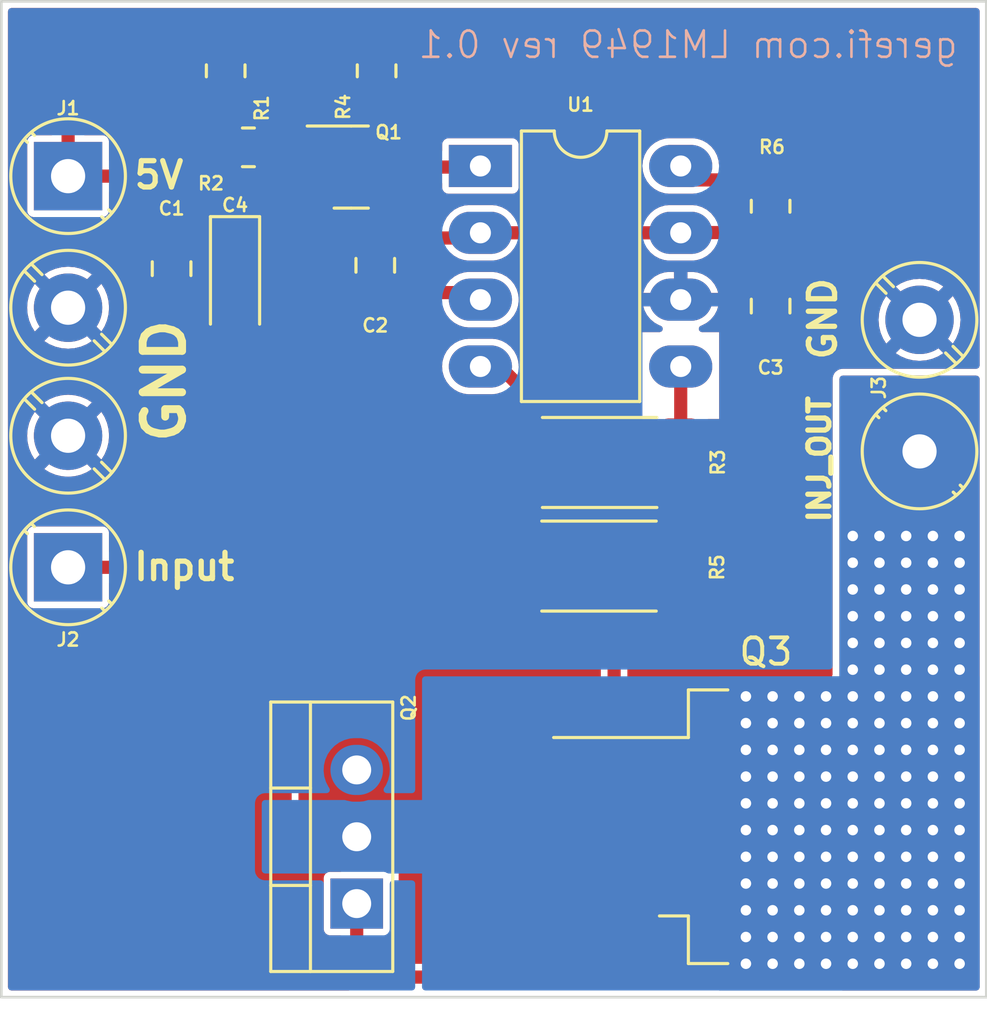
<source format=kicad_pcb>
(kicad_pcb (version 20211014) (generator pcbnew)
  (layers (0 "F.Cu" signal) (31 "B.Cu" signal) (34 "B.Paste" user) (35 "F.Paste" user) (36 "B.SilkS" user "B.Silkscreen") (37 "F.SilkS" user "F.Silkscreen") (38 "B.Mask" user) (39 "F.Mask" user) (44 "Edge.Cuts" user))
  (net 0 "")
  (net 1 "+5V")
  (net 2 "GND")
  (net 3 "/OUT")
  (net 4 "Net-(C2-Pad2)")
  (net 5 "Net-(C3-Pad1)")
  (net 6 "Net-(J2-Pad1)")
  (net 7 "/INJ")
  (net 8 "Net-(Q1-Pad1)")
  (net 9 "Net-(Q1-Pad3)")
  (net 10 "/SEN")
  (footprint "TerminalBlock_Phoenix:TerminalBlock_Phoenix_PT-1,5-2-5.0-H_1x02_P5.00mm_Horizontal" (layer "F.Cu") (at 127 56.174 -90)
    (fp_text reference "J1" (at -2.58 0 180) (layer "F.SilkS") (effects (font (size 0.5 0.5) (thickness 0.1))))
    (fp_text value "Supply")
    (fp_line (start 1.388 -1.654) (end 1.281 -1.547) (layer "F.SilkS") (width 0.12))
    (fp_line (start 6.654 -1.388) (end 6.259 -0.992) (layer "F.SilkS") (width 0.12))
    (fp_line (start 3.993 1.274) (end 3.613 1.654) (layer "F.SilkS") (width 0.12))
    (fp_line (start 1.654 -1.388) (end 1.547 -1.281) (layer "F.SilkS") (width 0.12))
    (fp_line (start 6.388 -1.654) (end 6.008 -1.274) (layer "F.SilkS") (width 0.12))
    (fp_line (start -1.282 1.547) (end -1.388 1.654) (layer "F.SilkS") (width 0.12))
    (fp_line (start -1.548 1.281) (end -1.654 1.388) (layer "F.SilkS") (width 0.12))
    (fp_line (start 3.742 0.992) (end 3.347 1.388) (layer "F.SilkS") (width 0.12))
    (fp_circle (center 5 0) (end 7.18 0) (layer "F.SilkS") (width 0.12) (fill none))
    (fp_circle (center 0 0) (end 2.18 0) (layer "F.SilkS") (width 0.12) (fill none))
    (pad "1" thru_hole rect (at 0 0 270) (size 2.6 2.6) (drill 1.3) (layers *.Cu *.Mask) (net 1 "+5V"))
    (pad "2" thru_hole circle (at 5 0 270) (size 2.6 2.6) (drill 1.3) (layers *.Cu *.Mask) (net 2 "GND"))
  )
  (footprint "Resistor_SMD:R_0805_2012Metric_Pad1.20x1.40mm_HandSolder" (layer "F.Cu") (at 153.7208 57.3184 90)
    (fp_text reference "R6" (at 2.2512 0.0508 180) (layer "F.SilkS") (effects (font (size 0.5 0.5) (thickness 0.1))))
    (fp_text value "39k")
    (fp_line (start -0.227064 -0.735) (end 0.227064 -0.735) (layer "F.SilkS") (width 0.12))
    (fp_line (start -0.227064 0.735) (end 0.227064 0.735) (layer "F.SilkS") (width 0.12))
    (pad "1" smd roundrect (at -1 0 90) (size 1.2 1.4) (layers "F.Cu" "F.Paste" "F.Mask") (roundrect_rratio 0.2083333333) (net 1 "+5V"))
    (pad "2" smd roundrect (at 1 0 90) (size 1.2 1.4) (layers "F.Cu" "F.Paste" "F.Mask") (roundrect_rratio 0.2083333333) (net 5 "Net-(C3-Pad1)"))
  )
  (footprint "Package_TO_SOT_THT:TO-220-3_Vertical" (layer "F.Cu") (at 137.978 83.82 90)
    (fp_text reference "Q2" (at 7.4422 1.976 90) (layer "F.SilkS") (effects (font (size 0.5 0.5) (thickness 0.1))))
    (fp_text value "TIP122")
    (fp_line (start 0.69 -3.27) (end 0.69 -1.76) (layer "F.SilkS") (width 0.12))
    (fp_line (start -2.58 -3.27) (end -2.58 1.371) (layer "F.SilkS") (width 0.12))
    (fp_line (start 7.66 -3.27) (end 7.66 1.371) (layer "F.SilkS") (width 0.12))
    (fp_line (start 4.391 -3.27) (end 4.391 -1.76) (layer "F.SilkS") (width 0.12))
    (fp_line (start -2.58 1.371) (end 7.66 1.371) (layer "F.SilkS") (width 0.12))
    (fp_line (start -2.58 -1.76) (end 7.66 -1.76) (layer "F.SilkS") (width 0.12))
    (fp_line (start -2.58 -3.27) (end 7.66 -3.27) (layer "F.SilkS") (width 0.12))
    (pad "1" thru_hole rect (at 0 0 90) (size 1.905 2) (drill 1.1) (layers *.Cu *.Mask) (net 3 "/OUT"))
    (pad "2" thru_hole oval (at 2.54 0 90) (size 1.905 2) (drill 1.1) (layers *.Cu *.Mask) (net 7 "/INJ"))
    (pad "3" thru_hole oval (at 5.08 0 90) (size 1.905 2) (drill 1.1) (layers *.Cu *.Mask) (net 10 "/SEN"))
  )
  (footprint "Resistor_SMD:R_2512_6332Metric_Pad1.40x3.35mm_HandSolder" (layer "F.Cu") (at 147.2184 67.056)
    (fp_text reference "R3" (at 4.4958 0 90) (layer "F.SilkS") (effects (font (size 0.5 0.5) (thickness 0.1))))
    (fp_text value "0.2R")
    (fp_line (start -2.177064 -1.71) (end 2.177064 -1.71) (layer "F.SilkS") (width 0.12))
    (fp_line (start -2.177064 1.71) (end 2.177064 1.71) (layer "F.SilkS") (width 0.12))
    (pad "1" smd roundrect (at -3.05 0) (size 1.4 3.35) (layers "F.Cu" "F.Paste" "F.Mask") (roundrect_rratio 0.1785707143) (net 10 "/SEN"))
    (pad "2" smd roundrect (at 3.05 0) (size 1.4 3.35) (layers "F.Cu" "F.Paste" "F.Mask") (roundrect_rratio 0.1785707143) (net 2 "GND"))
  )
  (footprint "Resistor_SMD:R_0805_2012Metric_Pad1.20x1.40mm_HandSolder" (layer "F.Cu") (at 138.7348 52.1716 -90)
    (fp_text reference "R4" (at 1.3716 1.27 90) (layer "F.SilkS") (effects (font (size 0.5 0.5) (thickness 0.1))))
    (fp_text value "1k")
    (fp_line (start -0.227064 -0.735) (end 0.227064 -0.735) (layer "F.SilkS") (width 0.12))
    (fp_line (start -0.227064 0.735) (end 0.227064 0.735) (layer "F.SilkS") (width 0.12))
    (pad "1" smd roundrect (at -1 0 270) (size 1.2 1.4) (layers "F.Cu" "F.Paste" "F.Mask") (roundrect_rratio 0.2083333333) (net 1 "+5V"))
    (pad "2" smd roundrect (at 1 0 270) (size 1.2 1.4) (layers "F.Cu" "F.Paste" "F.Mask") (roundrect_rratio 0.2083333333) (net 9 "Net-(Q1-Pad3)"))
  )
  (footprint "Capacitor_Tantalum_SMD:CP_EIA-3216-18_Kemet-A_Pad1.58x1.35mm_HandSolder" (layer "F.Cu") (at 133.35 60.198 -90)
    (fp_text reference "C4" (at -2.921 0 180) (layer "F.SilkS") (effects (font (size 0.5 0.5) (thickness 0.1))))
    (fp_text value "220nF")
    (fp_line (start -2.485 0.935) (end 1.6 0.935) (layer "F.SilkS") (width 0.12))
    (fp_line (start -2.485 -0.935) (end -2.485 0.935) (layer "F.SilkS") (width 0.12))
    (fp_line (start 1.6 -0.935) (end -2.485 -0.935) (layer "F.SilkS") (width 0.12))
    (pad "1" smd roundrect (at -1.4375 0 270) (size 1.575 1.35) (layers "F.Cu" "F.Paste" "F.Mask") (roundrect_rratio 0.1851851852) (net 1 "+5V"))
    (pad "2" smd roundrect (at 1.4375 0 270) (size 1.575 1.35) (layers "F.Cu" "F.Paste" "F.Mask") (roundrect_rratio 0.1851851852) (net 2 "GND"))
  )
  (footprint "TerminalBlock_Phoenix:TerminalBlock_Phoenix_PT-1,5-2-5.0-H_1x02_P5.00mm_Horizontal" (layer "F.Cu") (at 159.385 66.635 90)
    (fp_text reference "J3" (at 2.4238 -1.5494 90) (layer "F.SilkS") (effects (font (size 0.5 0.5) (thickness 0.1))))
    (fp_text value "INJ_Out")
    (fp_line (start 1.388 -1.654) (end 1.281 -1.547) (layer "F.SilkS") (width 0.12))
    (fp_line (start 1.654 -1.388) (end 1.547 -1.281) (layer "F.SilkS") (width 0.12))
    (fp_line (start 3.742 0.992) (end 3.347 1.388) (layer "F.SilkS") (width 0.12))
    (fp_line (start 3.993 1.274) (end 3.613 1.654) (layer "F.SilkS") (width 0.12))
    (fp_line (start -1.282 1.547) (end -1.388 1.654) (layer "F.SilkS") (width 0.12))
    (fp_line (start -1.548 1.281) (end -1.654 1.388) (layer "F.SilkS") (width 0.12))
    (fp_line (start 6.654 -1.388) (end 6.259 -0.992) (layer "F.SilkS") (width 0.12))
    (fp_line (start 6.388 -1.654) (end 6.008 -1.274) (layer "F.SilkS") (width 0.12))
    (fp_circle (center 0 0) (end 2.18 0) (layer "F.SilkS") (width 0.12) (fill none))
    (fp_circle (center 5 0) (end 7.18 0) (layer "F.SilkS") (width 0.12) (fill none))
    (pad "1" thru_hole rect (at 0 0 90) (size 2.6 2.6) (drill 1.3) (layers *.Cu *.Mask) (net 7 "/INJ"))
    (pad "2" thru_hole circle (at 5 0 90) (size 2.6 2.6) (drill 1.3) (layers *.Cu *.Mask) (net 2 "GND"))
  )
  (footprint "Resistor_SMD:R_0805_2012Metric_Pad1.20x1.40mm_HandSolder" (layer "F.Cu") (at 133.858 55.0792)
    (fp_text reference "R2" (at -1.4224 1.3716) (layer "F.SilkS") (effects (font (size 0.5 0.5) (thickness 0.1))))
    (fp_text value "1k")
    (fp_line (start -0.227064 0.735) (end 0.227064 0.735) (layer "F.SilkS") (width 0.12))
    (fp_line (start -0.227064 -0.735) (end 0.227064 -0.735) (layer "F.SilkS") (width 0.12))
    (pad "1" smd roundrect (at -1 0) (size 1.2 1.4) (layers "F.Cu" "F.Paste" "F.Mask") (roundrect_rratio 0.2083333333) (net 6 "Net-(J2-Pad1)"))
    (pad "2" smd roundrect (at 1 0) (size 1.2 1.4) (layers "F.Cu" "F.Paste" "F.Mask") (roundrect_rratio 0.2083333333) (net 8 "Net-(Q1-Pad1)"))
  )
  (footprint "Capacitor_SMD:C_0805_2012Metric_Pad1.18x1.45mm_HandSolder" (layer "F.Cu") (at 130.937 59.69 -90)
    (fp_text reference "C1" (at -2.286 0 180) (layer "F.SilkS") (effects (font (size 0.5 0.5) (thickness 0.1))))
    (fp_text value "0.1uF")
    (fp_line (start -0.261252 -0.735) (end 0.261252 -0.735) (layer "F.SilkS") (width 0.12))
    (fp_line (start -0.261252 0.735) (end 0.261252 0.735) (layer "F.SilkS") (width 0.12))
    (pad "1" smd roundrect (at -1.0375 0 270) (size 1.175 1.45) (layers "F.Cu" "F.Paste" "F.Mask") (roundrect_rratio 0.2127659574) (net 1 "+5V"))
    (pad "2" smd roundrect (at 1.0375 0 270) (size 1.175 1.45) (layers "F.Cu" "F.Paste" "F.Mask") (roundrect_rratio 0.2127659574) (net 2 "GND"))
  )
  (footprint "Package_TO_SOT_SMD:SOT-23" (layer "F.Cu") (at 137.7696 55.8292)
    (fp_text reference "Q1" (at 1.4224 -1.3208) (layer "F.SilkS") (effects (font (size 0.5 0.5) (thickness 0.1))))
    (fp_text value "BC817")
    (fp_line (start 0 1.56) (end 0.65 1.56) (layer "F.SilkS") (width 0.12))
    (fp_line (start 0 -1.56) (end -1.675 -1.56) (layer "F.SilkS") (width 0.12))
    (fp_line (start 0 -1.56) (end 0.65 -1.56) (layer "F.SilkS") (width 0.12))
    (fp_line (start 0 1.56) (end -0.65 1.56) (layer "F.SilkS") (width 0.12))
    (pad "1" smd roundrect (at -0.9375 -0.95) (size 1.475 0.6) (layers "F.Cu" "F.Paste" "F.Mask") (net 8 "Net-(Q1-Pad1)"))
    (pad "2" smd roundrect (at -0.9375 0.95) (size 1.475 0.6) (layers "F.Cu" "F.Paste" "F.Mask") (net 2 "GND"))
    (pad "3" smd roundrect (at 0.9375 0) (size 1.475 0.6) (layers "F.Cu" "F.Paste" "F.Mask") (net 9 "Net-(Q1-Pad3)"))
  )
  (footprint "Package_TO_SOT_SMD:TO-263-2" (layer "F.Cu") (at 153.543 80.899)
    (fp_text reference "Q3" (at 0 -6.65) (layer "F.SilkS"))
    (fp_text value "FJB102TM")
    (fp_line (start -1.45 5.2) (end -2.95 5.2) (layer "F.SilkS") (width 0.12))
    (fp_line (start -2.95 -5.2) (end -2.95 -3.39) (layer "F.SilkS") (width 0.12))
    (fp_line (start -2.95 3.39) (end -4.05 3.39) (layer "F.SilkS") (width 0.12))
    (fp_line (start -2.95 5.2) (end -2.95 3.39) (layer "F.SilkS") (width 0.12))
    (fp_line (start -1.45 -5.2) (end -2.95 -5.2) (layer "F.SilkS") (width 0.12))
    (fp_line (start -2.95 -3.39) (end -8.075 -3.39) (layer "F.SilkS") (width 0.12))
    (pad "1" smd rect (at -5.775 -2.54) (size 4.6 1.1) (layers "F.Cu" "F.Paste" "F.Mask") (net 3 "/OUT"))
    (pad "2" smd rect (at 3.375 0) (size 9.4 10.8) (layers "F.Cu" "F.Mask") (net 7 "/INJ"))
    (pad "3" smd rect (at -5.775 2.54) (size 4.6 1.1) (layers "F.Cu" "F.Paste" "F.Mask") (net 10 "/SEN"))
  )
  (footprint "TerminalBlock_Phoenix:TerminalBlock_Phoenix_PT-1,5-2-5.0-H_1x02_P5.00mm_Horizontal" (layer "F.Cu") (at 127 71.04 90)
    (fp_text reference "J2" (at -2.747 0 180) (layer "F.SilkS") (effects (font (size 0.5 0.5) (thickness 0.1))))
    (fp_text value "Input")
    (fp_line (start 6.654 -1.388) (end 6.259 -0.992) (layer "F.SilkS") (width 0.12))
    (fp_line (start -1.548 1.281) (end -1.654 1.388) (layer "F.SilkS") (width 0.12))
    (fp_line (start -1.282 1.547) (end -1.388 1.654) (layer "F.SilkS") (width 0.12))
    (fp_line (start 1.654 -1.388) (end 1.547 -1.281) (layer "F.SilkS") (width 0.12))
    (fp_line (start 3.742 0.992) (end 3.347 1.388) (layer "F.SilkS") (width 0.12))
    (fp_line (start 3.993 1.274) (end 3.613 1.654) (layer "F.SilkS") (width 0.12))
    (fp_line (start 6.388 -1.654) (end 6.008 -1.274) (layer "F.SilkS") (width 0.12))
    (fp_line (start 1.388 -1.654) (end 1.281 -1.547) (layer "F.SilkS") (width 0.12))
    (fp_circle (center 0 0) (end 2.18 0) (layer "F.SilkS") (width 0.12) (fill none))
    (fp_circle (center 5 0) (end 7.18 0) (layer "F.SilkS") (width 0.12) (fill none))
    (pad "1" thru_hole rect (at 0 0 90) (size 2.6 2.6) (drill 1.3) (layers *.Cu *.Mask) (net 6 "Net-(J2-Pad1)"))
    (pad "2" thru_hole circle (at 5 0 90) (size 2.6 2.6) (drill 1.3) (layers *.Cu *.Mask) (net 2 "GND"))
  )
  (footprint "Package_DIP:DIP-8_W7.62mm_LongPads" (layer "F.Cu") (at 142.6822 55.7884)
    (fp_text reference "U1" (at 3.81 -2.33) (layer "F.SilkS") (effects (font (size 0.5 0.5) (thickness 0.1))))
    (fp_text value "LM1949N_NOPB")
    (fp_line (start 1.56 -1.33) (end 1.56 8.95) (layer "F.SilkS") (width 0.12))
    (fp_line (start 6.06 -1.33) (end 4.81 -1.33) (layer "F.SilkS") (width 0.12))
    (fp_line (start 2.81 -1.33) (end 1.56 -1.33) (layer "F.SilkS") (width 0.12))
    (fp_line (start 1.56 8.95) (end 6.06 8.95) (layer "F.SilkS") (width 0.12))
    (fp_line (start 6.06 8.95) (end 6.06 -1.33) (layer "F.SilkS") (width 0.12))
    (fp_arc (start 4.81 -1.33) (mid 3.81 -0.33) (end 2.81 -1.33) (layer "F.SilkS") (width 0.12))
    (pad "1" thru_hole rect (at 0 0) (size 2.4 1.6) (drill 0.8) (layers *.Cu *.Mask) (net 9 "Net-(Q1-Pad3)"))
    (pad "2" thru_hole oval (at 0 2.54) (size 2.4 1.6) (drill 0.8) (layers *.Cu *.Mask) (net 3 "/OUT"))
    (pad "3" thru_hole oval (at 0 5.08) (size 2.4 1.6) (drill 0.8) (layers *.Cu *.Mask) (net 4 "Net-(C2-Pad2)"))
    (pad "4" thru_hole oval (at 0 7.62) (size 2.4 1.6) (drill 0.8) (layers *.Cu *.Mask) (net 10 "/SEN"))
    (pad "5" thru_hole oval (at 7.62 7.62) (size 2.4 1.6) (drill 0.8) (layers *.Cu *.Mask) (net 2 "GND"))
    (pad "6" thru_hole oval (at 7.62 5.08) (size 2.4 1.6) (drill 0.8) (layers *.Cu *.Mask) (net 2 "GND"))
    (pad "7" thru_hole oval (at 7.62 2.54) (size 2.4 1.6) (drill 0.8) (layers *.Cu *.Mask) (net 1 "+5V"))
    (pad "8" thru_hole oval (at 7.62 0) (size 2.4 1.6) (drill 0.8) (layers *.Cu *.Mask) (net 5 "Net-(C3-Pad1)"))
  )
  (footprint "Capacitor_SMD:C_0805_2012Metric_Pad1.18x1.45mm_HandSolder" (layer "F.Cu") (at 153.7208 61.1124 -90)
    (fp_text reference "C3" (at 2.3368 0 180) (layer "F.SilkS") (effects (font (size 0.5 0.5) (thickness 0.1))))
    (fp_text value "0.1uF")
    (fp_line (start -0.261252 0.735) (end 0.261252 0.735) (layer "F.SilkS") (width 0.12))
    (fp_line (start -0.261252 -0.735) (end 0.261252 -0.735) (layer "F.SilkS") (width 0.12))
    (pad "1" smd roundrect (at -1.0375 0 270) (size 1.175 1.45) (layers "F.Cu" "F.Paste" "F.Mask") (roundrect_rratio 0.2127659574) (net 5 "Net-(C3-Pad1)"))
    (pad "2" smd roundrect (at 1.0375 0 270) (size 1.175 1.45) (layers "F.Cu" "F.Paste" "F.Mask") (roundrect_rratio 0.2127659574) (net 2 "GND"))
  )
  (footprint "Capacitor_SMD:C_0805_2012Metric_Pad1.18x1.45mm_HandSolder" (layer "F.Cu") (at 138.684 59.563 -90)
    (fp_text reference "C2" (at 2.286 0 180) (layer "F.SilkS") (effects (font (size 0.5 0.5) (thickness 0.1))))
    (fp_text value "0.1uF")
    (fp_line (start -0.261252 -0.735) (end 0.261252 -0.735) (layer "F.SilkS") (width 0.12))
    (fp_line (start -0.261252 0.735) (end 0.261252 0.735) (layer "F.SilkS") (width 0.12))
    (pad "1" smd roundrect (at -1.0375 0 270) (size 1.175 1.45) (layers "F.Cu" "F.Paste" "F.Mask") (roundrect_rratio 0.2127659574) (net 3 "/OUT"))
    (pad "2" smd roundrect (at 1.0375 0 270) (size 1.175 1.45) (layers "F.Cu" "F.Paste" "F.Mask") (roundrect_rratio 0.2127659574) (net 4 "Net-(C2-Pad2)"))
  )
  (footprint "Resistor_SMD:R_2512_6332Metric_Pad1.40x3.35mm_HandSolder" (layer "F.Cu") (at 147.193 70.993)
    (fp_text reference "R5" (at 4.4958 0.0508 90) (layer "F.SilkS") (effects (font (size 0.5 0.5) (thickness 0.1))))
    (fp_text value "0.2R")
    (fp_line (start -2.177064 1.71) (end 2.177064 1.71) (layer "F.SilkS") (width 0.12))
    (fp_line (start -2.177064 -1.71) (end 2.177064 -1.71) (layer "F.SilkS") (width 0.12))
    (pad "1" smd roundrect (at -3.05 0) (size 1.4 3.35) (layers "F.Cu" "F.Paste" "F.Mask") (roundrect_rratio 0.1785707143) (net 10 "/SEN"))
    (pad "2" smd roundrect (at 3.05 0) (size 1.4 3.35) (layers "F.Cu" "F.Paste" "F.Mask") (roundrect_rratio 0.1785707143) (net 2 "GND"))
  )
  (footprint "Resistor_SMD:R_0805_2012Metric_Pad1.20x1.40mm_HandSolder" (layer "F.Cu") (at 132.9944 52.1716 -90)
    (fp_text reference "R1" (at 1.4224 -1.3716 90) (layer "F.SilkS") (effects (font (size 0.5 0.5) (thickness 0.1))))
    (fp_text value "10k")
    (fp_line (start -0.227064 -0.735) (end 0.227064 -0.735) (layer "F.SilkS") (width 0.12))
    (fp_line (start -0.227064 0.735) (end 0.227064 0.735) (layer "F.SilkS") (width 0.12))
    (pad "1" smd roundrect (at -1 0 270) (size 1.2 1.4) (layers "F.Cu" "F.Paste" "F.Mask") (roundrect_rratio 0.2083333333) (net 1 "+5V"))
    (pad "2" smd roundrect (at 1 0 270) (size 1.2 1.4) (layers "F.Cu" "F.Paste" "F.Mask") (roundrect_rratio 0.2083333333) (net 6 "Net-(J2-Pad1)"))
  )
  (gr_line (start 161.925 87.376) (end 124.46 87.376) (layer "Edge.Cuts") (width 0.1))
  (gr_line (start 124.46 49.53) (end 161.925 49.53) (layer "Edge.Cuts") (width 0.1))
  (gr_line (start 161.925 49.53) (end 161.925 87.376) (layer "Edge.Cuts") (width 0.1))
  (gr_line (start 124.46 87.376) (end 124.46 49.53) (layer "Edge.Cuts") (width 0.1))
  (gr_text "gerefi.com LM1949 rev 0.1" (at 160.909 51.181) (layer "B.SilkS") (effects (font (size 1 1) (thickness 0.1)) (justify left mirror)))
  (gr_text "Input" (at 131.4196 71.0184) (layer "F.SilkS") (effects (font (size 1 1) (thickness 0.2))))
  (gr_text "GND" (at 155.702 61.595 90) (layer "F.SilkS") (effects (font (size 1 1) (thickness 0.2))))
  (gr_text "GND" (at 130.6576 63.9572 90) (layer "F.SilkS") (effects (font (size 1.5 1.5) (thickness 0.3))))
  (gr_text "5V" (at 130.4544 56.134) (layer "F.SilkS") (effects (font (size 1 1) (thickness 0.2))))
  (gr_text "INJ_OUT" (at 155.575 66.929 90) (layer "F.SilkS") (effects (font (size 0.8 0.8) (thickness 0.2))))
  (segment (start 130.937 58.6525) (end 130.937 56.769) (width 0.5) (layer "F.Cu") (net 1))
  (segment (start 127.6444 51.1716) (end 132.9944 51.1716) (width 0.5) (layer "F.Cu") (net 1))
  (segment (start 145.4056 51.1716) (end 138.7348 51.1716) (width 0.5) (layer "F.Cu") (net 1))
  (segment (start 138.7348 51.1716) (end 132.9944 51.1716) (width 0.5) (layer "F.Cu") (net 1))
  (segment (start 150.3022 58.3284) (end 148.2444 58.3284) (width 0.5) (layer "F.Cu") (net 1))
  (segment (start 153.7208 58.3184) (end 150.3122 58.3184) (width 0.5) (layer "F.Cu") (net 1))
  (segment (start 133.35 58.7605) (end 131.045 58.7605) (width 0.5) (layer "F.Cu") (net 1))
  (segment (start 146.812 52.578) (end 145.4056 51.1716) (width 0.5) (layer "F.Cu") (net 1))
  (segment (start 150.3122 58.3184) (end 150.3022 58.3284) (width 0.5) (layer "F.Cu") (net 1))
  (segment (start 127 56.174) (end 127 51.816) (width 0.5) (layer "F.Cu") (net 1))
  (segment (start 131.045 58.7605) (end 130.937 58.6525) (width 0.5) (layer "F.Cu") (net 1))
  (segment (start 146.812 56.896) (end 146.812 52.578) (width 0.5) (layer "F.Cu") (net 1))
  (segment (start 130.937 56.769) (end 130.342 56.174) (width 0.5) (layer "F.Cu") (net 1))
  (segment (start 127 51.816) (end 127.6444 51.1716) (width 0.5) (layer "F.Cu") (net 1))
  (segment (start 130.342 56.174) (end 127 56.174) (width 0.5) (layer "F.Cu") (net 1))
  (segment (start 148.2444 58.3284) (end 146.812 56.896) (width 0.5) (layer "F.Cu") (net 1))
  (segment (start 150.3022 63.4084) (end 150.3022 67.0222) (width 0.5) (layer "F.Cu") (net 2))
  (segment (start 150.3022 67.0222) (end 150.2684 67.056) (width 0.5) (layer "F.Cu") (net 2))
  (segment (start 151.257 85.725) (end 150.368 86.614) (width 0.5) (layer "F.Cu") (net 3))
  (segment (start 147.768 78.359) (end 150.876 78.359) (width 0.5) (layer "F.Cu") (net 3))
  (segment (start 138.684 58.5255) (end 142.4851 58.5255) (width 0.5) (layer "F.Cu") (net 3))
  (segment (start 142.4851 58.5255) (end 142.6822 58.3284) (width 0.5) (layer "F.Cu") (net 3))
  (segment (start 142.6822 58.3284) (end 145.3234 58.3284) (width 0.5) (layer "F.Cu") (net 3))
  (segment (start 150.876 78.359) (end 151.257 78.74) (width 0.5) (layer "F.Cu") (net 3))
  (segment (start 138.176 86.614) (end 137.978 86.416) (width 0.5) (layer "F.Cu") (net 3))
  (segment (start 137.978 86.416) (end 137.978 83.82) (width 0.5) (layer "F.Cu") (net 3))
  (segment (start 147.768 60.773) (end 147.768 78.359) (width 0.5) (layer "F.Cu") (net 3))
  (segment (start 151.257 78.74) (end 151.257 85.725) (width 0.5) (layer "F.Cu") (net 3))
  (segment (start 150.368 86.614) (end 138.176 86.614) (width 0.5) (layer "F.Cu") (net 3))
  (segment (start 145.3234 58.3284) (end 147.768 60.773) (width 0.5) (layer "F.Cu") (net 3))
  (segment (start 138.684 60.6005) (end 142.4143 60.6005) (width 0.5) (layer "F.Cu") (net 4))
  (segment (start 142.4143 60.6005) (end 142.6822 60.8684) (width 0.5) (layer "F.Cu") (net 4))
  (segment (start 153.7208 56.3184) (end 150.8322 56.3184) (width 0.5) (layer "F.Cu") (net 5))
  (segment (start 153.7208 56.3184) (end 155.1752 56.3184) (width 0.5) (layer "F.Cu") (net 5))
  (segment (start 155.2155 60.0749) (end 153.7208 60.0749) (width 0.5) (layer "F.Cu") (net 5))
  (segment (start 155.1752 56.3184) (end 155.5496 56.6928) (width 0.5) (layer "F.Cu") (net 5))
  (segment (start 155.5496 59.7408) (end 155.2155 60.0749) (width 0.5) (layer "F.Cu") (net 5))
  (segment (start 155.5496 56.6928) (end 155.5496 59.7408) (width 0.5) (layer "F.Cu") (net 5))
  (segment (start 150.8322 56.3184) (end 150.3022 55.7884) (width 0.5) (layer "F.Cu") (net 5))
  (segment (start 132.842 55.0952) (end 132.842 56.388) (width 0.5) (layer "F.Cu") (net 6))
  (segment (start 132.9944 53.1716) (end 132.9944 54.9428) (width 0.5) (layer "F.Cu") (net 6))
  (segment (start 134.192 71.04) (end 127 71.04) (width 0.5) (layer "F.Cu") (net 6))
  (segment (start 132.858 55.0792) (end 132.842 55.0952) (width 0.5) (layer "F.Cu") (net 6))
  (segment (start 133.35 56.896) (end 134.366 56.896) (width 0.5) (layer "F.Cu") (net 6))
  (segment (start 134.366 56.896) (end 135.128 57.658) (width 0.5) (layer "F.Cu") (net 6))
  (segment (start 135.128 70.104) (end 134.192 71.04) (width 0.5) (layer "F.Cu") (net 6))
  (segment (start 135.128 57.658) (end 135.128 70.104) (width 0.5) (layer "F.Cu") (net 6))
  (segment (start 132.9944 54.9428) (end 132.858 55.0792) (width 0.5) (layer "F.Cu") (net 6))
  (segment (start 132.842 56.388) (end 133.35 56.896) (width 0.5) (layer "F.Cu") (net 6))
  (via (at 158.877 82.042) (size 0.8) (drill 0.4) (layers "F.Cu" "B.Cu") (net 7))
  (via (at 156.845 83.058) (size 0.8) (drill 0.4) (layers "F.Cu" "B.Cu") (net 7))
  (via (at 159.893 80.01) (size 0.8) (drill 0.4) (layers "F.Cu" "B.Cu") (net 7))
  (via (at 154.813 81.026) (size 0.8) (drill 0.4) (layers "F.Cu" "B.Cu") (net 7))
  (via (at 158.877 83.058) (size 0.8) (drill 0.4) (layers "F.Cu" "B.Cu") (net 7))
  (via (at 157.861 82.042) (size 0.8) (drill 0.4) (layers "F.Cu" "B.Cu") (net 7))
  (via (at 157.861 74.93) (size 0.8) (drill 0.4) (layers "F.Cu" "B.Cu") (net 7))
  (via (at 160.909 76.962) (size 0.8) (drill 0.4) (layers "F.Cu" "B.Cu") (net 7))
  (via (at 154.813 85.09) (size 0.8) (drill 0.4) (layers "F.Cu" "B.Cu") (net 7))
  (via (at 159.893 85.09) (size 0.8) (drill 0.4) (layers "F.Cu" "B.Cu") (net 7))
  (via (at 157.861 69.85) (size 0.8) (drill 0.4) (layers "F.Cu" "B.Cu") (net 7))
  (via (at 156.845 72.898) (size 0.8) (drill 0.4) (layers "F.Cu" "B.Cu") (net 7))
  (via (at 157.861 76.962) (size 0.8) (drill 0.4) (layers "F.Cu" "B.Cu") (net 7))
  (via (at 160.909 72.898) (size 0.8) (drill 0.4) (layers "F.Cu" "B.Cu") (net 7))
  (via (at 159.893 71.882) (size 0.8) (drill 0.4) (layers "F.Cu" "B.Cu") (net 7))
  (via (at 159.893 83.058) (size 0.8) (drill 0.4) (layers "F.Cu" "B.Cu") (net 7))
  (via (at 160.909 69.85) (size 0.8) (drill 0.4) (layers "F.Cu" "B.Cu") (net 7))
  (via (at 153.797 86.106) (size 0.8) (drill 0.4) (layers "F.Cu" "B.Cu") (net 7))
  (via (at 157.861 73.914) (size 0.8) (drill 0.4) (layers "F.Cu" "B.Cu") (net 7))
  (via (at 153.797 78.994) (size 0.8) (drill 0.4) (layers "F.Cu" "B.Cu") (net 7))
  (via (at 159.893 82.042) (size 0.8) (drill 0.4) (layers "F.Cu" "B.Cu") (net 7))
  (via (at 152.781 78.994) (size 0.8) (drill 0.4) (layers "F.Cu" "B.Cu") (net 7))
  (via (at 157.861 84.074) (size 0.8) (drill 0.4) (layers "F.Cu" "B.Cu") (net 7))
  (via (at 160.909 86.106) (size 0.8) (drill 0.4) (layers "F.Cu" "B.Cu") (net 7))
  (via (at 160.909 70.866) (size 0.8) (drill 0.4) (layers "F.Cu" "B.Cu") (net 7))
  (via (at 160.909 83.058) (size 0.8) (drill 0.4) (layers "F.Cu" "B.Cu") (net 7))
  (via (at 156.845 77.978) (size 0.8) (drill 0.4) (layers "F.Cu" "B.Cu") (net 7))
  (via (at 158.877 75.946) (size 0.8) (drill 0.4) (layers "F.Cu" "B.Cu") (net 7))
  (via (at 154.813 78.994) (size 0.8) (drill 0.4) (layers "F.Cu" "B.Cu") (net 7))
  (via (at 156.845 75.946) (size 0.8) (drill 0.4) (layers "F.Cu" "B.Cu") (net 7))
  (via (at 155.829 85.09) (size 0.8) (drill 0.4) (layers "F.Cu" "B.Cu") (net 7))
  (via (at 157.861 81.026) (size 0.8) (drill 0.4) (layers "F.Cu" "B.Cu") (net 7))
  (via (at 155.829 86.106) (size 0.8) (drill 0.4) (layers "F.Cu" "B.Cu") (net 7))
  (via (at 158.877 72.898) (size 0.8) (drill 0.4) (layers "F.Cu" "B.Cu") (net 7))
  (via (at 160.909 77.978) (size 0.8) (drill 0.4) (layers "F.Cu" "B.Cu") (net 7))
  (via (at 160.909 84.074) (size 0.8) (drill 0.4) (layers "F.Cu" "B.Cu") (net 7))
  (via (at 158.877 76.962) (size 0.8) (drill 0.4) (layers "F.Cu" "B.Cu") (net 7))
  (via (at 156.845 74.93) (size 0.8) (drill 0.4) (layers "F.Cu" "B.Cu") (net 7))
  (via (at 155.829 83.058) (size 0.8) (drill 0.4) (layers "F.Cu" "B.Cu") (net 7))
  (via (at 157.861 70.866) (size 0.8) (drill 0.4) (layers "F.Cu" "B.Cu") (net 7))
  (via (at 156.845 76.962) (size 0.8) (drill 0.4) (layers "F.Cu" "B.Cu") (net 7))
  (via (at 160.909 73.914) (size 0.8) (drill 0.4) (layers "F.Cu" "B.Cu") (net 7))
  (via (at 155.829 80.01) (size 0.8) (drill 0.4) (layers "F.Cu" "B.Cu") (net 7))
  (via (at 152.781 82.042) (size 0.8) (drill 0.4) (layers "F.Cu" "B.Cu") (net 7))
  (via (at 159.893 73.914) (size 0.8) (drill 0.4) (layers "F.Cu" "B.Cu") (net 7))
  (via (at 154.813 84.074) (size 0.8) (drill 0.4) (layers "F.Cu" "B.Cu") (net 7))
  (via (at 160.909 78.994) (size 0.8) (drill 0.4) (layers "F.Cu" "B.Cu") (net 7))
  (via (at 159.893 77.978) (size 0.8) (drill 0.4) (layers "F.Cu" "B.Cu") (net 7))
  (via (at 156.845 70.866) (size 0.8) (drill 0.4) (layers "F.Cu" "B.Cu") (net 7))
  (via (at 158.877 69.85) (size 0.8) (drill 0.4) (layers "F.Cu" "B.Cu") (net 7))
  (via (at 160.909 74.93) (size 0.8) (drill 0.4) (layers "F.Cu" "B.Cu") (net 7))
  (via (at 155.829 81.026) (size 0.8) (drill 0.4) (layers "F.Cu" "B.Cu") (net 7))
  (via (at 156.845 69.85) (size 0.8) (drill 0.4) (layers "F.Cu" "B.Cu") (net 7))
  (via (at 152.781 80.01) (size 0.8) (drill 0.4) (layers "F.Cu" "B.Cu") (net 7))
  (via (at 158.877 70.866) (size 0.8) (drill 0.4) (layers "F.Cu" "B.Cu") (net 7))
  (via (at 160.909 85.09) (size 0.8) (drill 0.4) (layers "F.Cu" "B.Cu") (net 7))
  (via (at 159.893 70.866) (size 0.8) (drill 0.4) (layers "F.Cu" "B.Cu") (net 7))
  (via (at 158.877 78.994) (size 0.8) (drill 0.4) (layers "F.Cu" "B.Cu") (net 7))
  (via (at 154.813 80.01) (size 0.8) (drill 0.4) (layers "F.Cu" "B.Cu") (net 7))
  (via (at 159.893 86.106) (size 0.8) (drill 0.4) (layers "F.Cu" "B.Cu") (net 7))
  (via (at 155.829 82.042) (size 0.8) (drill 0.4) (layers "F.Cu" "B.Cu") (net 7))
  (via (at 158.877 85.09) (size 0.8) (drill 0.4) (layers "F.Cu" "B.Cu") (net 7))
  (via (at 158.877 74.93) (size 0.8) (drill 0.4) (layers "F.Cu" "B.Cu") (net 7))
  (via (at 153.797 76.962) (size 0.8) (drill 0.4) (layers "F.Cu" "B.Cu") (net 7))
  (via (at 152.781 84.074) (size 0.8) (drill 0.4) (layers "F.Cu" "B.Cu") (net 7))
  (via (at 152.781 86.106) (size 0.8) (drill 0.4) (layers "F.Cu" "B.Cu") (net 7))
  (via (at 158.877 71.882) (size 0.8) (drill 0.4) (layers "F.Cu" "B.Cu") (net 7))
  (via (at 155.829 76.962) (size 0.8) (drill 0.4) (layers "F.Cu" "B.Cu") (net 7))
  (via (at 154.813 86.106) (size 0.8) (drill 0.4) (layers "F.Cu" "B.Cu") (net 7))
  (via (at 155.829 78.994) (size 0.8) (drill 0.4) (layers "F.Cu" "B.Cu") (net 7))
  (via (at 157.861 86.106) (size 0.8) (drill 0.4) (layers "F.Cu" "B.Cu") (net 7))
  (via (at 157.861 77.978) (size 0.8) (drill 0.4) (layers "F.Cu" "B.Cu") (net 7))
  (via (at 159.893 75.946) (size 0.8) (drill 0.4) (layers "F.Cu" "B.Cu") (net 7))
  (via (at 159.893 84.074) (size 0.8) (drill 0.4) (layers "F.Cu" "B.Cu") (net 7))
  (via (at 153.797 83.058) (size 0.8) (drill 0.4) (layers "F.Cu" "B.Cu") (net 7))
  (via (at 152.781 85.09) (size 0.8) (drill 0.4) (layers "F.Cu" "B.Cu") (net 7))
  (via (at 152.781 83.058) (size 0.8) (drill 0.4) (layers "F.Cu" "B.Cu") (net 7))
  (via (at 153.797 85.09) (size 0.8) (drill 0.4) (layers "F.Cu" "B.Cu") (net 7))
  (via (at 153.797 82.042) (size 0.8) (drill 0.4) (layers "F.Cu" "B.Cu") (net 7))
  (via (at 160.909 81.026) (size 0.8) (drill 0.4) (layers "F.Cu" "B.Cu") (net 7))
  (via (at 157.861 83.058) (size 0.8) (drill 0.4) (layers "F.Cu" "B.Cu") (net 7))
  (via (at 158.877 81.026) (size 0.8) (drill 0.4) (layers "F.Cu" "B.Cu") (net 7))
  (via (at 156.845 71.882) (size 0.8) (drill 0.4) (layers "F.Cu" "B.Cu") (net 7))
  (via (at 154.813 77.978) (size 0.8) (drill 0.4) (layers "F.Cu" "B.Cu") (net 7))
  (via (at 158.877 80.01) (size 0.8) (drill 0.4) (layers "F.Cu" "B.Cu") (net 7))
  (via (at 154.813 83.058) (size 0.8) (drill 0.4) (layers "F.Cu" "B.Cu") (net 7))
  (via (at 156.845 86.106) (size 0.8) (drill 0.4) (layers "F.Cu" "B.Cu") (net 7))
  (via (at 160.909 75.946) (size 0.8) (drill 0.4) (layers "F.Cu" "B.Cu") (net 7))
  (via (at 156.845 78.994) (size 0.8) (drill 0.4) (layers "F.Cu" "B.Cu") (net 7))
  (via (at 159.893 81.026) (size 0.8) (drill 0.4) (layers "F.Cu" "B.Cu") (net 7))
  (via (at 154.813 82.042) (size 0.8) (drill 0.4) (layers "F.Cu" "B.Cu") (net 7))
  (via (at 155.829 77.978) (size 0.8) (drill 0.4) (layers "F.Cu" "B.Cu") (net 7))
  (via (at 156.845 84.074) (size 0.8) (drill 0.4) (layers "F.Cu" "B.Cu") (net 7))
  (via (at 153.797 84.074) (size 0.8) (drill 0.4) (layers "F.Cu" "B.Cu") (net 7))
  (via (at 152.781 76.962) (size 0.8) (drill 0.4) (layers "F.Cu" "B.Cu") (net 7))
  (via (at 160.909 82.042) (size 0.8) (drill 0.4) (layers "F.Cu" "B.Cu") (net 7))
  (via (at 157.861 75.946) (size 0.8) (drill 0.4) (layers "F.Cu" "B.Cu") (net 7))
  (via (at 156.845 82.042) (size 0.8) (drill 0.4) (layers "F.Cu" "B.Cu") (net 7))
  (via (at 156.845 85.09) (size 0.8) (drill 0.4) (layers "F.Cu" "B.Cu") (net 7))
  (via (at 159.893 69.85) (size 0.8) (drill 0.4) (layers "F.Cu" "B.Cu") (net 7))
  (via (at 157.861 72.898) (size 0.8) (drill 0.4) (layers "F.Cu" "B.Cu") (net 7))
  (via (at 159.893 72.898) (size 0.8) (drill 0.4) (layers "F.Cu" "B.Cu") (net 7))
  (via (at 156.845 80.01) (size 0.8) (drill 0.4) (layers "F.Cu" "B.Cu") (net 7))
  (via (at 155.829 84.074) (size 0.8) (drill 0.4) (layers "F.Cu" "B.Cu") (net 7))
  (via (at 157.861 71.882) (size 0.8) (drill 0.4) (layers "F.Cu" "B.Cu") (net 7))
  (via (at 157.861 80.01) (size 0.8) (drill 0.4) (layers "F.Cu" "B.Cu") (net 7))
  (via (at 158.877 86.106) (size 0.8) (drill 0.4) (layers "F.Cu" "B.Cu") (net 7))
  (via (at 154.813 76.962) (size 0.8) (drill 0.4) (layers "F.Cu" "B.Cu") (net 7))
  (via (at 152.781 77.978) (size 0.8) (drill 0.4) (layers "F.Cu" "B.Cu") (net 7))
  (via (at 158.877 84.074) (size 0.8) (drill 0.4) (layers "F.Cu" "B.Cu") (net 7))
  (via (at 156.845 73.914) (size 0.8) (drill 0.4) (layers "F.Cu" "B.Cu") (net 7))
  (via (at 153.797 81.026) (size 0.8) (drill 0.4) (layers "F.Cu" "B.Cu") (net 7))
  (via (at 158.877 73.914) (size 0.8) (drill 0.4) (layers "F.Cu" "B.Cu") (net 7))
  (via (at 158.877 77.978) (size 0.8) (drill 0.4) (layers "F.Cu" "B.Cu") (net 7))
  (via (at 159.893 74.93) (size 0.8) (drill 0.4) (layers "F.Cu" "B.Cu") (net 7))
  (via (at 155.829 75.946) (size 0.8) (drill 0.4) (layers "F.Cu" "B.Cu") (net 7))
  (via (at 153.797 80.01) (size 0.8) (drill 0.4) (layers "F.Cu" "B.Cu") (net 7))
  (via (at 152.781 75.946) (size 0.8) (drill 0.4) (layers "F.Cu" "B.Cu") (net 7))
  (via (at 156.845 81.026) (size 0.8) (drill 0.4) (layers "F.Cu" "B.Cu") (net 7))
  (via (at 159.893 76.962) (size 0.8) (drill 0.4) (layers "F.Cu" "B.Cu") (net 7))
  (via (at 154.813 75.946) (size 0.8) (drill 0.4) (layers "F.Cu" "B.Cu") (net 7))
  (via (at 153.797 75.946) (size 0.8) (drill 0.4) (layers "F.Cu" "B.Cu") (net 7))
  (via (at 160.909 80.01) (size 0.8) (drill 0.4) (layers "F.Cu" "B.Cu") (net 7))
  (via (at 152.781 81.026) (size 0.8) (drill 0.4) (layers "F.Cu" "B.Cu") (net 7))
  (via (at 160.909 71.882) (size 0.8) (drill 0.4) (layers "F.Cu" "B.Cu") (net 7))
  (via (at 159.893 78.994) (size 0.8) (drill 0.4) (layers "F.Cu" "B.Cu") (net 7))
  (via (at 153.797 77.978) (size 0.8) (drill 0.4) (layers "F.Cu" "B.Cu") (net 7))
  (via (at 157.861 85.09) (size 0.8) (drill 0.4) (layers "F.Cu" "B.Cu") (net 7))
  (via (at 157.861 78.994) (size 0.8) (drill 0.4) (layers "F.Cu" "B.Cu") (net 7))
  (segment (start 136.8321 54.8792) (end 135.058 54.8792) (width 0.5) (layer "F.Cu") (net 8))
  (segment (start 135.058 54.8792) (end 134.858 55.0792) (width 0.5) (layer "F.Cu") (net 8))
  (segment (start 138.7348 53.1716) (end 138.7348 55.8015) (width 0.5) (layer "F.Cu") (net 9))
  (segment (start 142.6414 55.8292) (end 142.6822 55.7884) (width 0.5) (layer "F.Cu") (net 9))
  (segment (start 138.7071 55.8292) (end 142.6414 55.8292) (width 0.5) (layer "F.Cu") (net 9))
  (segment (start 138.7348 55.8015) (end 138.7071 55.8292) (width 0.5) (layer "F.Cu") (net 9))
  (segment (start 144.1684 64.1584) (end 144.1684 67.056) (width 0.5) (layer "F.Cu") (net 10))
  (segment (start 144.143 70.993) (end 144.143 67.0814) (width 0.25) (layer "F.Cu") (net 10))
  (segment (start 144.143 67.0814) (end 144.1684 67.056) (width 0.25) (layer "F.Cu") (net 10))
  (segment (start 142.6822 63.4084) (end 143.4184 63.4084) (width 0.5) (layer "F.Cu") (net 10))
  (segment (start 143.4184 63.4084) (end 144.1684 64.1584) (width 0.5) (layer "F.Cu") (net 10))
  (zone (net 0) (net_name "") (layers F&B.Cu) (connect_pads (clearance 0)) (min_thickness 0.254)
    (keepout (tracks allowed) (vias allowed) (pads allowed) (copperpour not_allowed) (footprints allowed))
    (fill (thermal_gap 0.508) (thermal_bridge_width 0.508))
    (polygon (pts (xy 151.765 65.405) (xy 148.844 65.405) (xy 148.844 62.103) (xy 151.765 62.103)))
  )
  (zone (net 10) (net_name "/SEN") (layer "F.Cu") (priority 1) (connect_pads yes (clearance 0.254)) (min_thickness 0.254) (fill yes (thermal_gap 0.254) (thermal_bridge_width 0.508))
    (polygon (pts (xy 147.32 76.2) (xy 145.161 76.2) (xy 145.161 81.534) (xy 150.876 81.534) (xy 150.876 87.376) (xy 139.573 87.376) (xy 139.573 80.01) (xy 135.763 80.01) (xy 135.763 65.024) (xy 147.32 65.024)))
  )
  (zone (net 2) (net_name "GND") (layers F&B.Cu) (connect_pads (clearance 0.254)) (min_thickness 0.254) (fill yes (thermal_gap 0.254) (thermal_bridge_width 0.508))
    (polygon (pts (xy 161.925 87.4014) (xy 124.46 87.4014) (xy 124.46 49.53) (xy 161.925 49.53)))
  )
  (zone (net 7) (net_name "/INJ") (layer "F.Cu") (priority 2) (connect_pads yes (clearance 0.254)) (min_thickness 0.254) (fill yes (thermal_gap 0.508) (thermal_bridge_width 0.508))
    (polygon (pts (xy 161.925 87.376) (xy 156.337 87.376) (xy 156.337 63.754) (xy 161.925 63.754)))
  )
  (zone (net 7) (net_name "/INJ") (layer "B.Cu") (priority 2) (connect_pads yes (clearance 0.254)) (min_thickness 0.254) (fill yes (thermal_gap 0.254) (thermal_bridge_width 0.508))
    (polygon (pts (xy 161.925 87.376) (xy 151.765 87.376) (xy 140.462 87.376) (xy 140.462 82.677) (xy 134.366 82.677) (xy 134.366 79.883) (xy 140.462 79.883) (xy 140.462 75.184) (xy 151.765 75.184) (xy 161.925 75.184)))
  )
  (zone (net 7) (net_name "/INJ") (layer "B.Cu") (priority 2) (connect_pads yes (clearance 0.254)) (min_thickness 0.254) (fill yes (thermal_gap 0.508) (thermal_bridge_width 0.508))
    (polygon (pts (xy 161.925 87.376) (xy 151.765 87.376) (xy 151.765 75.184) (xy 156.337 75.184) (xy 156.337 63.754) (xy 161.925 63.754)))
  )
)
</source>
